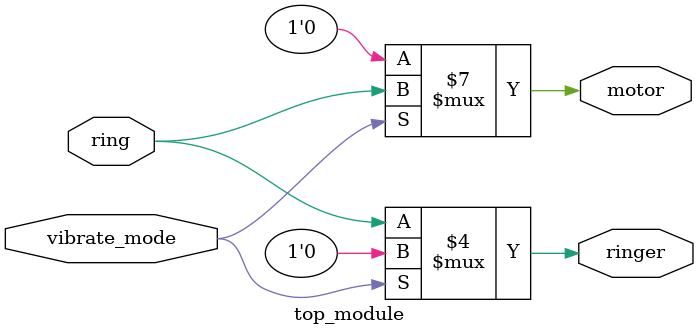
<source format=v>
module top_module (
    input ring,
    input vibrate_mode,
    output ringer,       // Make sound
    output motor         // Vibrate
);
    always@(*)begin
        if (vibrate_mode == 1'b1) begin
            motor = ring;
            ringer = 1'b0;
        end else begin
            motor = 1'b0;
            ringer = ring;
        end
    end

endmodule

</source>
